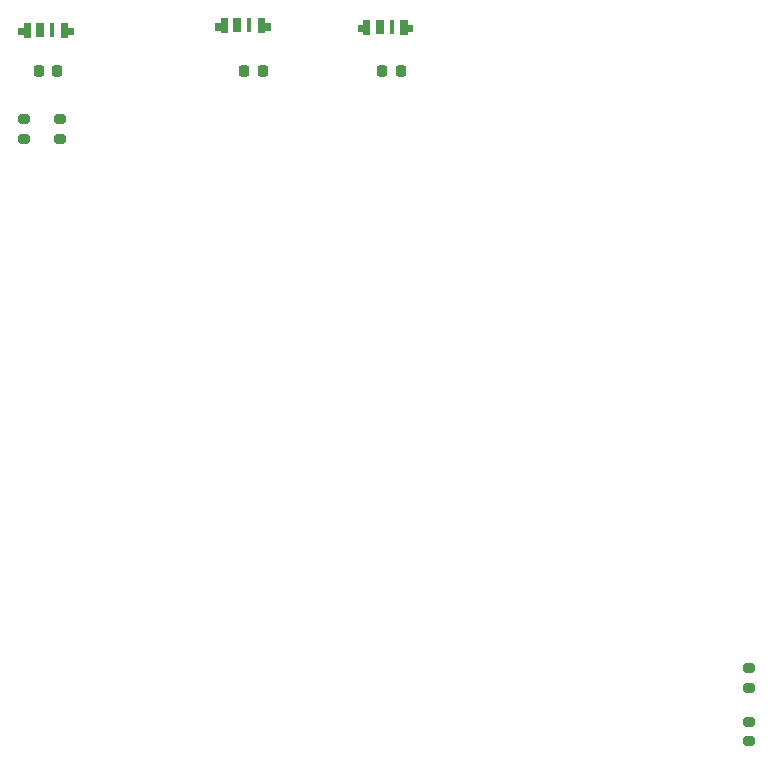
<source format=gbr>
%TF.GenerationSoftware,KiCad,Pcbnew,(7.0.0)*%
%TF.CreationDate,2023-02-28T21:09:02-08:00*%
%TF.ProjectId,daq-wireless,6461712d-7769-4726-956c-6573732e6b69,rev?*%
%TF.SameCoordinates,Original*%
%TF.FileFunction,Paste,Bot*%
%TF.FilePolarity,Positive*%
%FSLAX46Y46*%
G04 Gerber Fmt 4.6, Leading zero omitted, Abs format (unit mm)*
G04 Created by KiCad (PCBNEW (7.0.0)) date 2023-02-28 21:09:02*
%MOMM*%
%LPD*%
G01*
G04 APERTURE LIST*
G04 Aperture macros list*
%AMRoundRect*
0 Rectangle with rounded corners*
0 $1 Rounding radius*
0 $2 $3 $4 $5 $6 $7 $8 $9 X,Y pos of 4 corners*
0 Add a 4 corners polygon primitive as box body*
4,1,4,$2,$3,$4,$5,$6,$7,$8,$9,$2,$3,0*
0 Add four circle primitives for the rounded corners*
1,1,$1+$1,$2,$3*
1,1,$1+$1,$4,$5*
1,1,$1+$1,$6,$7*
1,1,$1+$1,$8,$9*
0 Add four rect primitives between the rounded corners*
20,1,$1+$1,$2,$3,$4,$5,0*
20,1,$1+$1,$4,$5,$6,$7,0*
20,1,$1+$1,$6,$7,$8,$9,0*
20,1,$1+$1,$8,$9,$2,$3,0*%
G04 Aperture macros list end*
%ADD10C,0.010000*%
%ADD11RoundRect,0.225000X-0.225000X-0.250000X0.225000X-0.250000X0.225000X0.250000X-0.225000X0.250000X0*%
%ADD12RoundRect,0.200000X-0.275000X0.200000X-0.275000X-0.200000X0.275000X-0.200000X0.275000X0.200000X0*%
%ADD13R,0.700000X1.200000*%
%ADD14R,0.450000X1.200000*%
G04 APERTURE END LIST*
%TO.C,D9*%
G36*
X145302000Y-47298000D02*
G01*
X145752000Y-47298000D01*
X145752000Y-47848000D01*
X145302000Y-47848000D01*
X145302000Y-48098000D01*
X144752000Y-48098000D01*
X144752000Y-46898000D01*
X145302000Y-46898000D01*
X145302000Y-47298000D01*
G37*
D10*
X145302000Y-47298000D02*
X145752000Y-47298000D01*
X145752000Y-47848000D01*
X145302000Y-47848000D01*
X145302000Y-48098000D01*
X144752000Y-48098000D01*
X144752000Y-46898000D01*
X145302000Y-46898000D01*
X145302000Y-47298000D01*
G36*
X142152000Y-48098000D02*
G01*
X141602000Y-48098000D01*
X141602000Y-47848000D01*
X141152000Y-47848000D01*
X141152000Y-47298000D01*
X141602000Y-47298000D01*
X141602000Y-46898000D01*
X142152000Y-46898000D01*
X142152000Y-48098000D01*
G37*
X142152000Y-48098000D02*
X141602000Y-48098000D01*
X141602000Y-47848000D01*
X141152000Y-47848000D01*
X141152000Y-47298000D01*
X141602000Y-47298000D01*
X141602000Y-46898000D01*
X142152000Y-46898000D01*
X142152000Y-48098000D01*
%TO.C,D4*%
G36*
X116582000Y-47552000D02*
G01*
X117032000Y-47552000D01*
X117032000Y-48102000D01*
X116582000Y-48102000D01*
X116582000Y-48352000D01*
X116032000Y-48352000D01*
X116032000Y-47152000D01*
X116582000Y-47152000D01*
X116582000Y-47552000D01*
G37*
X116582000Y-47552000D02*
X117032000Y-47552000D01*
X117032000Y-48102000D01*
X116582000Y-48102000D01*
X116582000Y-48352000D01*
X116032000Y-48352000D01*
X116032000Y-47152000D01*
X116582000Y-47152000D01*
X116582000Y-47552000D01*
G36*
X113432000Y-48352000D02*
G01*
X112882000Y-48352000D01*
X112882000Y-48102000D01*
X112432000Y-48102000D01*
X112432000Y-47552000D01*
X112882000Y-47552000D01*
X112882000Y-47152000D01*
X113432000Y-47152000D01*
X113432000Y-48352000D01*
G37*
X113432000Y-48352000D02*
X112882000Y-48352000D01*
X112882000Y-48102000D01*
X112432000Y-48102000D01*
X112432000Y-47552000D01*
X112882000Y-47552000D01*
X112882000Y-47152000D01*
X113432000Y-47152000D01*
X113432000Y-48352000D01*
%TO.C,D7*%
G36*
X133250000Y-47154000D02*
G01*
X133700000Y-47154000D01*
X133700000Y-47704000D01*
X133250000Y-47704000D01*
X133250000Y-47954000D01*
X132700000Y-47954000D01*
X132700000Y-46754000D01*
X133250000Y-46754000D01*
X133250000Y-47154000D01*
G37*
X133250000Y-47154000D02*
X133700000Y-47154000D01*
X133700000Y-47704000D01*
X133250000Y-47704000D01*
X133250000Y-47954000D01*
X132700000Y-47954000D01*
X132700000Y-46754000D01*
X133250000Y-46754000D01*
X133250000Y-47154000D01*
G36*
X130100000Y-47954000D02*
G01*
X129550000Y-47954000D01*
X129550000Y-47704000D01*
X129100000Y-47704000D01*
X129100000Y-47154000D01*
X129550000Y-47154000D01*
X129550000Y-46754000D01*
X130100000Y-46754000D01*
X130100000Y-47954000D01*
G37*
X130100000Y-47954000D02*
X129550000Y-47954000D01*
X129550000Y-47704000D01*
X129100000Y-47704000D01*
X129100000Y-47154000D01*
X129550000Y-47154000D01*
X129550000Y-46754000D01*
X130100000Y-46754000D01*
X130100000Y-47954000D01*
%TD*%
D11*
%TO.C,C12*%
X131559000Y-51181000D03*
X133109000Y-51181000D03*
%TD*%
D12*
%TO.C,R2*%
X112903000Y-55309000D03*
X112903000Y-56959000D03*
%TD*%
D13*
%TO.C,D9*%
X143001999Y-47497999D03*
D14*
X144026999Y-47497999D03*
%TD*%
D11*
%TO.C,C11*%
X143243000Y-51181000D03*
X144793000Y-51181000D03*
%TD*%
D13*
%TO.C,D4*%
X114281999Y-47751999D03*
D14*
X115306999Y-47751999D03*
%TD*%
D11*
%TO.C,C13*%
X114147000Y-51181000D03*
X115697000Y-51181000D03*
%TD*%
D13*
%TO.C,D7*%
X130949999Y-47353999D03*
D14*
X131974999Y-47353999D03*
%TD*%
D12*
%TO.C,R3*%
X115951000Y-55309000D03*
X115951000Y-56959000D03*
%TD*%
%TO.C,R6*%
X174244000Y-106300000D03*
X174244000Y-107950000D03*
%TD*%
%TO.C,R5*%
X174244000Y-101791000D03*
X174244000Y-103441000D03*
%TD*%
M02*

</source>
